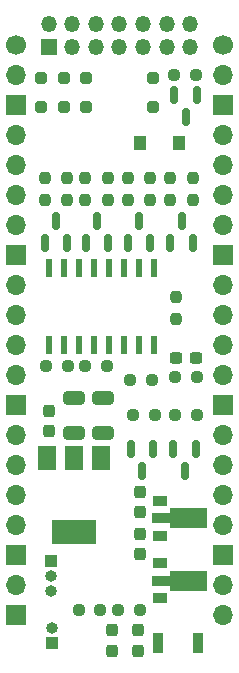
<source format=gbr>
%TF.GenerationSoftware,KiCad,Pcbnew,7.0.2*%
%TF.CreationDate,2024-02-16T13:22:18+02:00*%
%TF.ProjectId,dots_projector,646f7473-5f70-4726-9f6a-6563746f722e,rev?*%
%TF.SameCoordinates,Original*%
%TF.FileFunction,Soldermask,Bot*%
%TF.FilePolarity,Negative*%
%FSLAX46Y46*%
G04 Gerber Fmt 4.6, Leading zero omitted, Abs format (unit mm)*
G04 Created by KiCad (PCBNEW 7.0.2) date 2024-02-16 13:22:18*
%MOMM*%
%LPD*%
G01*
G04 APERTURE LIST*
G04 Aperture macros list*
%AMRoundRect*
0 Rectangle with rounded corners*
0 $1 Rounding radius*
0 $2 $3 $4 $5 $6 $7 $8 $9 X,Y pos of 4 corners*
0 Add a 4 corners polygon primitive as box body*
4,1,4,$2,$3,$4,$5,$6,$7,$8,$9,$2,$3,0*
0 Add four circle primitives for the rounded corners*
1,1,$1+$1,$2,$3*
1,1,$1+$1,$4,$5*
1,1,$1+$1,$6,$7*
1,1,$1+$1,$8,$9*
0 Add four rect primitives between the rounded corners*
20,1,$1+$1,$2,$3,$4,$5,0*
20,1,$1+$1,$4,$5,$6,$7,0*
20,1,$1+$1,$6,$7,$8,$9,0*
20,1,$1+$1,$8,$9,$2,$3,0*%
%AMFreePoly0*
4,1,9,3.862500,-0.866500,0.737500,-0.866500,0.737500,-0.450000,-0.737500,-0.450000,-0.737500,0.450000,0.737500,0.450000,0.737500,0.866500,3.862500,0.866500,3.862500,-0.866500,3.862500,-0.866500,$1*%
G04 Aperture macros list end*
%ADD10RoundRect,0.237500X0.237500X-0.287500X0.237500X0.287500X-0.237500X0.287500X-0.237500X-0.287500X0*%
%ADD11RoundRect,0.237500X0.237500X-0.250000X0.237500X0.250000X-0.237500X0.250000X-0.237500X-0.250000X0*%
%ADD12RoundRect,0.150000X0.150000X-0.587500X0.150000X0.587500X-0.150000X0.587500X-0.150000X-0.587500X0*%
%ADD13RoundRect,0.237500X0.237500X-0.300000X0.237500X0.300000X-0.237500X0.300000X-0.237500X-0.300000X0*%
%ADD14R,1.300000X0.900000*%
%ADD15FreePoly0,0.000000*%
%ADD16RoundRect,0.237500X0.250000X0.237500X-0.250000X0.237500X-0.250000X-0.237500X0.250000X-0.237500X0*%
%ADD17R,1.000000X1.000000*%
%ADD18O,1.000000X1.000000*%
%ADD19R,1.016000X1.244600*%
%ADD20RoundRect,0.150000X-0.150000X0.587500X-0.150000X-0.587500X0.150000X-0.587500X0.150000X0.587500X0*%
%ADD21RoundRect,0.237500X-0.250000X-0.237500X0.250000X-0.237500X0.250000X0.237500X-0.250000X0.237500X0*%
%ADD22RoundRect,0.250000X0.250000X-0.250000X0.250000X0.250000X-0.250000X0.250000X-0.250000X-0.250000X0*%
%ADD23R,1.500000X2.000000*%
%ADD24R,3.800000X2.000000*%
%ADD25RoundRect,0.137500X0.137500X-0.662500X0.137500X0.662500X-0.137500X0.662500X-0.137500X-0.662500X0*%
%ADD26RoundRect,0.250000X0.650000X-0.325000X0.650000X0.325000X-0.650000X0.325000X-0.650000X-0.325000X0*%
%ADD27RoundRect,0.237500X0.300000X0.237500X-0.300000X0.237500X-0.300000X-0.237500X0.300000X-0.237500X0*%
%ADD28R,1.350000X1.350000*%
%ADD29O,1.350000X1.350000*%
%ADD30R,0.900000X1.700000*%
%ADD31C,1.700000*%
%ADD32O,1.700000X1.700000*%
%ADD33R,1.700000X1.700000*%
G04 APERTURE END LIST*
D10*
%TO.C,D2*%
X73750000Y-124200000D03*
X73750000Y-122450000D03*
%TD*%
D11*
%TO.C,R27*%
X80600000Y-86012500D03*
X80600000Y-84187500D03*
%TD*%
D12*
%TO.C,Q6*%
X77000000Y-89675000D03*
X75100000Y-89675000D03*
X76050000Y-87800000D03*
%TD*%
D13*
%TO.C,C2*%
X76125000Y-116012500D03*
X76125000Y-114287500D03*
%TD*%
D14*
%TO.C,U3*%
X77775000Y-119775000D03*
D15*
X77862500Y-118275000D03*
D14*
X77775000Y-116775000D03*
%TD*%
D16*
%TO.C,R2*%
X72775000Y-120775000D03*
X70950000Y-120775000D03*
%TD*%
D17*
%TO.C,JP3*%
X68600000Y-116625000D03*
D18*
X68600000Y-117895000D03*
X68600000Y-119165000D03*
%TD*%
D19*
%TO.C,U9*%
X79400000Y-81250000D03*
X76098000Y-81250000D03*
%TD*%
D12*
%TO.C,Q7*%
X80600000Y-89675000D03*
X78700000Y-89675000D03*
X79650000Y-87800000D03*
%TD*%
D11*
%TO.C,R26*%
X75100000Y-86000000D03*
X75100000Y-84175000D03*
%TD*%
D20*
%TO.C,Q1*%
X75361000Y-107100000D03*
X77261000Y-107100000D03*
X76311000Y-108975000D03*
%TD*%
D11*
%TO.C,R12*%
X79200000Y-96075000D03*
X79200000Y-94250000D03*
%TD*%
%TO.C,R28*%
X78700000Y-86000000D03*
X78700000Y-84175000D03*
%TD*%
D16*
%TO.C,R3*%
X76100000Y-120775000D03*
X74275000Y-120775000D03*
%TD*%
D21*
%TO.C,R17*%
X79000000Y-75425000D03*
X80825000Y-75425000D03*
%TD*%
D13*
%TO.C,C3*%
X76125000Y-112475000D03*
X76125000Y-110750000D03*
%TD*%
D20*
%TO.C,Q3*%
X78950000Y-107100000D03*
X80850000Y-107100000D03*
X79900000Y-108975000D03*
%TD*%
D22*
%TO.C,D9*%
X67750000Y-78200000D03*
X67750000Y-75700000D03*
%TD*%
D11*
%TO.C,R24*%
X71500000Y-86025000D03*
X71500000Y-84200000D03*
%TD*%
D22*
%TO.C,D12*%
X71575000Y-78175000D03*
X71575000Y-75675000D03*
%TD*%
D13*
%TO.C,C5*%
X68450000Y-105625000D03*
X68450000Y-103900000D03*
%TD*%
D11*
%TO.C,R22*%
X68100000Y-86025000D03*
X68100000Y-84200000D03*
%TD*%
%TO.C,R25*%
X77000000Y-86000000D03*
X77000000Y-84175000D03*
%TD*%
%TO.C,R23*%
X73400000Y-86000000D03*
X73400000Y-84175000D03*
%TD*%
D23*
%TO.C,U7*%
X68250000Y-107875000D03*
X70550000Y-107875000D03*
D24*
X70550000Y-114175000D03*
D23*
X72850000Y-107875000D03*
%TD*%
D16*
%TO.C,R14*%
X73300000Y-100100000D03*
X71475000Y-100100000D03*
%TD*%
D20*
%TO.C,Q4*%
X79025000Y-77150000D03*
X80925000Y-77150000D03*
X79975000Y-79025000D03*
%TD*%
D21*
%TO.C,R4*%
X79125000Y-101000000D03*
X80950000Y-101000000D03*
%TD*%
D11*
%TO.C,R21*%
X69900000Y-86025000D03*
X69900000Y-84200000D03*
%TD*%
D10*
%TO.C,D3*%
X75925000Y-124200000D03*
X75925000Y-122450000D03*
%TD*%
D25*
%TO.C,U10*%
X77295000Y-98300000D03*
X76025000Y-98300000D03*
X74755000Y-98300000D03*
X73485000Y-98300000D03*
X72215000Y-98300000D03*
X70945000Y-98300000D03*
X69675000Y-98300000D03*
X68405000Y-98300000D03*
X68405000Y-91800000D03*
X69675000Y-91800000D03*
X70945000Y-91800000D03*
X72215000Y-91800000D03*
X73485000Y-91800000D03*
X74755000Y-91800000D03*
X76025000Y-91800000D03*
X77295000Y-91800000D03*
%TD*%
D12*
%TO.C,Q5*%
X73450000Y-89675000D03*
X71550000Y-89675000D03*
X72500000Y-87800000D03*
%TD*%
D26*
%TO.C,C4*%
X70550000Y-105725000D03*
X70550000Y-102775000D03*
%TD*%
D27*
%TO.C,C1*%
X80900000Y-99450000D03*
X79175000Y-99450000D03*
%TD*%
D22*
%TO.C,D11*%
X77200000Y-78200000D03*
X77200000Y-75700000D03*
%TD*%
%TO.C,D10*%
X69675000Y-78175000D03*
X69675000Y-75675000D03*
%TD*%
D26*
%TO.C,C7*%
X72975000Y-105725000D03*
X72975000Y-102775000D03*
%TD*%
D28*
%TO.C,J2*%
X68375000Y-73100000D03*
D29*
X68375000Y-71100000D03*
X70375000Y-73100000D03*
X70375000Y-71100000D03*
X72375000Y-73100000D03*
X72375000Y-71100000D03*
X74375000Y-73100000D03*
X74375000Y-71100000D03*
X76375000Y-73100000D03*
X76375000Y-71100000D03*
X78375000Y-73100000D03*
X78375000Y-71100000D03*
X80375000Y-73100000D03*
X80375000Y-71100000D03*
%TD*%
D17*
%TO.C,J4*%
X68650000Y-123525000D03*
D18*
X68650000Y-122255000D03*
%TD*%
D14*
%TO.C,U1*%
X77775000Y-114500000D03*
D15*
X77862500Y-113000000D03*
D14*
X77775000Y-111500000D03*
%TD*%
D21*
%TO.C,R6*%
X75525000Y-104212500D03*
X77350000Y-104212500D03*
%TD*%
%TO.C,R15*%
X79125000Y-104212500D03*
X80950000Y-104212500D03*
%TD*%
D30*
%TO.C,SW1*%
X77625000Y-123525000D03*
X81025000Y-123525000D03*
%TD*%
D16*
%TO.C,R18*%
X70000000Y-100100000D03*
X68175000Y-100100000D03*
%TD*%
D31*
%TO.C,U2*%
X83164000Y-72940000D03*
D32*
X83164000Y-75480000D03*
D33*
X83164000Y-78020000D03*
D32*
X83164000Y-80560000D03*
X83164000Y-83100000D03*
X83164000Y-85640000D03*
X83164000Y-88180000D03*
D33*
X83164000Y-90720000D03*
D32*
X83164000Y-93260000D03*
X83164000Y-95800000D03*
X83164000Y-98340000D03*
X83164000Y-100880000D03*
D33*
X83164000Y-103420000D03*
D32*
X83164000Y-105960000D03*
X83164000Y-108500000D03*
X83164000Y-111040000D03*
X83164000Y-113580000D03*
D33*
X83164000Y-116120000D03*
D32*
X83164000Y-118660000D03*
X83164000Y-121200000D03*
D33*
X65600000Y-121200000D03*
D32*
X65600000Y-118660000D03*
D33*
X65600000Y-116120000D03*
D32*
X65600000Y-113580000D03*
X65600000Y-111040000D03*
X65600000Y-108500000D03*
X65600000Y-105960000D03*
D33*
X65600000Y-103420000D03*
D32*
X65600000Y-100880000D03*
X65600000Y-98340000D03*
X65600000Y-95800000D03*
X65600000Y-93260000D03*
D33*
X65600000Y-90720000D03*
D32*
X65600000Y-88180000D03*
X65600000Y-85640000D03*
X65600000Y-83100000D03*
X65600000Y-80560000D03*
D33*
X65600000Y-78020000D03*
D32*
X65600000Y-75480000D03*
D31*
X65600000Y-72940000D03*
%TD*%
D16*
%TO.C,R13*%
X77100000Y-101300000D03*
X75275000Y-101300000D03*
%TD*%
D12*
%TO.C,Q2*%
X69950000Y-89675000D03*
X68050000Y-89675000D03*
X69000000Y-87800000D03*
%TD*%
M02*

</source>
